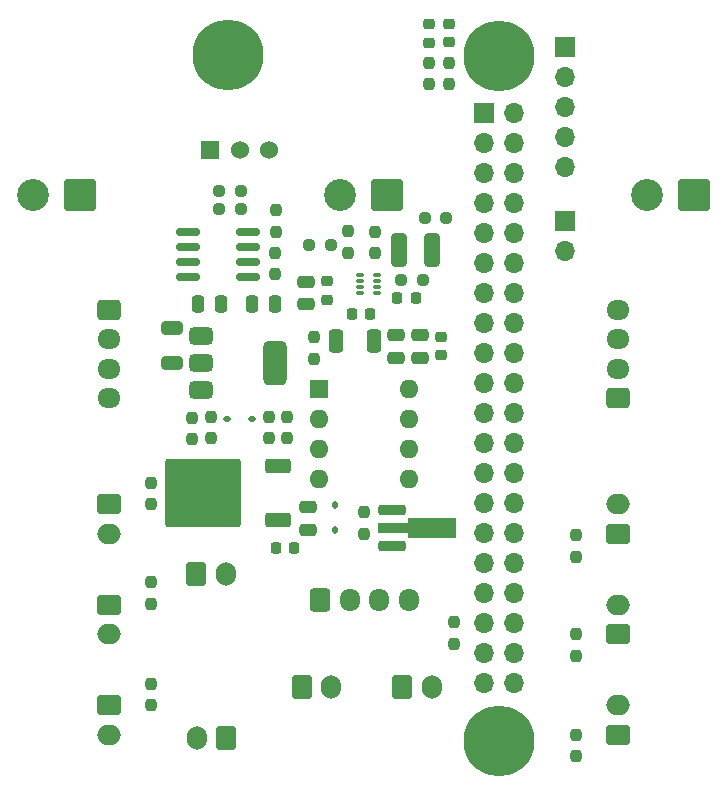
<source format=gbr>
%TF.GenerationSoftware,KiCad,Pcbnew,8.0.4-8.0.4-0~ubuntu22.04.1*%
%TF.CreationDate,2024-09-03T10:52:47+09:00*%
%TF.ProjectId,control_board,636f6e74-726f-46c5-9f62-6f6172642e6b,rev?*%
%TF.SameCoordinates,Original*%
%TF.FileFunction,Soldermask,Top*%
%TF.FilePolarity,Negative*%
%FSLAX46Y46*%
G04 Gerber Fmt 4.6, Leading zero omitted, Abs format (unit mm)*
G04 Created by KiCad (PCBNEW 8.0.4-8.0.4-0~ubuntu22.04.1) date 2024-09-03 10:52:47*
%MOMM*%
%LPD*%
G01*
G04 APERTURE LIST*
G04 Aperture macros list*
%AMRoundRect*
0 Rectangle with rounded corners*
0 $1 Rounding radius*
0 $2 $3 $4 $5 $6 $7 $8 $9 X,Y pos of 4 corners*
0 Add a 4 corners polygon primitive as box body*
4,1,4,$2,$3,$4,$5,$6,$7,$8,$9,$2,$3,0*
0 Add four circle primitives for the rounded corners*
1,1,$1+$1,$2,$3*
1,1,$1+$1,$4,$5*
1,1,$1+$1,$6,$7*
1,1,$1+$1,$8,$9*
0 Add four rect primitives between the rounded corners*
20,1,$1+$1,$2,$3,$4,$5,0*
20,1,$1+$1,$4,$5,$6,$7,0*
20,1,$1+$1,$6,$7,$8,$9,0*
20,1,$1+$1,$8,$9,$2,$3,0*%
%AMFreePoly0*
4,1,9,5.362500,-0.866500,1.237500,-0.866500,1.237500,-0.450000,-1.237500,-0.450000,-1.237500,0.450000,1.237500,0.450000,1.237500,0.866500,5.362500,0.866500,5.362500,-0.866500,5.362500,-0.866500,$1*%
G04 Aperture macros list end*
%ADD10RoundRect,0.225000X-0.225000X-0.250000X0.225000X-0.250000X0.225000X0.250000X-0.225000X0.250000X0*%
%ADD11RoundRect,0.250000X-0.400000X-1.150000X0.400000X-1.150000X0.400000X1.150000X-0.400000X1.150000X0*%
%ADD12RoundRect,0.237500X-0.237500X0.250000X-0.237500X-0.250000X0.237500X-0.250000X0.237500X0.250000X0*%
%ADD13RoundRect,0.237500X0.237500X-0.250000X0.237500X0.250000X-0.237500X0.250000X-0.237500X-0.250000X0*%
%ADD14RoundRect,0.250000X0.750000X-0.600000X0.750000X0.600000X-0.750000X0.600000X-0.750000X-0.600000X0*%
%ADD15O,2.000000X1.700000*%
%ADD16RoundRect,0.237500X-0.250000X-0.237500X0.250000X-0.237500X0.250000X0.237500X-0.250000X0.237500X0*%
%ADD17RoundRect,0.250000X0.650000X-0.325000X0.650000X0.325000X-0.650000X0.325000X-0.650000X-0.325000X0*%
%ADD18RoundRect,0.250000X-0.600000X-0.725000X0.600000X-0.725000X0.600000X0.725000X-0.600000X0.725000X0*%
%ADD19O,1.700000X1.950000*%
%ADD20RoundRect,0.300000X-0.300000X-0.700000X0.300000X-0.700000X0.300000X0.700000X-0.300000X0.700000X0*%
%ADD21RoundRect,0.250001X1.099999X1.099999X-1.099999X1.099999X-1.099999X-1.099999X1.099999X-1.099999X0*%
%ADD22C,2.700000*%
%ADD23RoundRect,0.250000X-0.475000X0.250000X-0.475000X-0.250000X0.475000X-0.250000X0.475000X0.250000X0*%
%ADD24R,1.700000X1.700000*%
%ADD25O,1.700000X1.700000*%
%ADD26RoundRect,0.250000X0.850000X0.350000X-0.850000X0.350000X-0.850000X-0.350000X0.850000X-0.350000X0*%
%ADD27RoundRect,0.249997X2.950003X2.650003X-2.950003X2.650003X-2.950003X-2.650003X2.950003X-2.650003X0*%
%ADD28RoundRect,0.237500X0.250000X0.237500X-0.250000X0.237500X-0.250000X-0.237500X0.250000X-0.237500X0*%
%ADD29RoundRect,0.250000X-0.750000X0.600000X-0.750000X-0.600000X0.750000X-0.600000X0.750000X0.600000X0*%
%ADD30R,1.600000X1.600000*%
%ADD31O,1.600000X1.600000*%
%ADD32RoundRect,0.250000X0.725000X-0.600000X0.725000X0.600000X-0.725000X0.600000X-0.725000X-0.600000X0*%
%ADD33O,1.950000X1.700000*%
%ADD34R,1.524000X1.524000*%
%ADD35C,1.524000*%
%ADD36RoundRect,0.250000X-0.600000X-0.750000X0.600000X-0.750000X0.600000X0.750000X-0.600000X0.750000X0*%
%ADD37O,1.700000X2.000000*%
%ADD38RoundRect,0.250000X-0.250000X-0.475000X0.250000X-0.475000X0.250000X0.475000X-0.250000X0.475000X0*%
%ADD39RoundRect,0.250000X0.600000X0.750000X-0.600000X0.750000X-0.600000X-0.750000X0.600000X-0.750000X0*%
%ADD40RoundRect,0.162500X-0.825000X-0.162500X0.825000X-0.162500X0.825000X0.162500X-0.825000X0.162500X0*%
%ADD41RoundRect,0.218750X-0.256250X0.218750X-0.256250X-0.218750X0.256250X-0.218750X0.256250X0.218750X0*%
%ADD42RoundRect,0.112500X-0.187500X-0.112500X0.187500X-0.112500X0.187500X0.112500X-0.187500X0.112500X0*%
%ADD43RoundRect,0.225000X-0.250000X0.225000X-0.250000X-0.225000X0.250000X-0.225000X0.250000X0.225000X0*%
%ADD44RoundRect,0.375000X-0.625000X-0.375000X0.625000X-0.375000X0.625000X0.375000X-0.625000X0.375000X0*%
%ADD45RoundRect,0.500000X-0.500000X-1.400000X0.500000X-1.400000X0.500000X1.400000X-0.500000X1.400000X0*%
%ADD46RoundRect,0.112500X-0.112500X0.187500X-0.112500X-0.187500X0.112500X-0.187500X0.112500X0.187500X0*%
%ADD47RoundRect,0.225000X-0.925000X-0.225000X0.925000X-0.225000X0.925000X0.225000X-0.925000X0.225000X0*%
%ADD48FreePoly0,0.000000*%
%ADD49RoundRect,0.250000X0.250000X0.475000X-0.250000X0.475000X-0.250000X-0.475000X0.250000X-0.475000X0*%
%ADD50RoundRect,0.250000X-0.725000X0.600000X-0.725000X-0.600000X0.725000X-0.600000X0.725000X0.600000X0*%
%ADD51RoundRect,0.050000X-0.285000X-0.100000X0.285000X-0.100000X0.285000X0.100000X-0.285000X0.100000X0*%
%ADD52C,6.000000*%
G04 APERTURE END LIST*
D10*
%TO.C,C4*%
X152850000Y-91500000D03*
X154400000Y-91500000D03*
%TD*%
D11*
%TO.C,C2*%
X152950000Y-87475000D03*
X155750000Y-87475000D03*
%TD*%
D12*
%TO.C,R9*%
X142500000Y-87675000D03*
X142500000Y-89500000D03*
%TD*%
%TO.C,R19*%
X150050000Y-109675000D03*
X150050000Y-111500000D03*
%TD*%
D13*
%TO.C,R22*%
X143500000Y-103412500D03*
X143500000Y-101587500D03*
%TD*%
D14*
%TO.C,J2*%
X171550000Y-111500000D03*
D15*
X171550000Y-109000000D03*
%TD*%
D16*
%TO.C,R5*%
X153175000Y-90000000D03*
X155000000Y-90000000D03*
%TD*%
%TO.C,R6*%
X155175000Y-84750000D03*
X157000000Y-84750000D03*
%TD*%
D17*
%TO.C,C8*%
X133750000Y-97000000D03*
X133750000Y-94050000D03*
%TD*%
D18*
%TO.C,J10*%
X146300000Y-117100000D03*
D19*
X148800000Y-117100000D03*
X151300000Y-117100000D03*
X153800000Y-117100000D03*
%TD*%
D14*
%TO.C,J3*%
X171550000Y-120000000D03*
D15*
X171550000Y-117500000D03*
%TD*%
D20*
%TO.C,L1*%
X147650000Y-95175000D03*
X150850000Y-95175000D03*
%TD*%
D21*
%TO.C,J15*%
X125980000Y-82775000D03*
D22*
X122020000Y-82775000D03*
%TD*%
D23*
%TO.C,C7*%
X152750000Y-94675000D03*
X152750000Y-96575000D03*
%TD*%
D24*
%TO.C,J18*%
X167000000Y-70240000D03*
D25*
X167000000Y-72780000D03*
X167000000Y-75320000D03*
X167000000Y-77860000D03*
X167000000Y-80400000D03*
%TD*%
D26*
%TO.C,U3*%
X142700000Y-110300000D03*
D27*
X136400000Y-108020000D03*
D26*
X142700000Y-105740000D03*
%TD*%
D13*
%TO.C,R24*%
X157250000Y-73412500D03*
X157250000Y-71587500D03*
%TD*%
%TO.C,R4*%
X150925000Y-87750000D03*
X150925000Y-85925000D03*
%TD*%
D28*
%TO.C,R2*%
X147205000Y-87030000D03*
X145380000Y-87030000D03*
%TD*%
D12*
%TO.C,R16*%
X132000000Y-107175000D03*
X132000000Y-109000000D03*
%TD*%
%TO.C,R18*%
X132000000Y-124187500D03*
X132000000Y-126012500D03*
%TD*%
D14*
%TO.C,J4*%
X171550000Y-128500000D03*
D15*
X171550000Y-126000000D03*
%TD*%
D29*
%TO.C,J6*%
X128450000Y-117500000D03*
D15*
X128450000Y-120000000D03*
%TD*%
D23*
%TO.C,C1*%
X145125000Y-90150000D03*
X145125000Y-92050000D03*
%TD*%
D30*
%TO.C,J20*%
X146200000Y-99210000D03*
D31*
X146200000Y-101750000D03*
X146200000Y-104290000D03*
X146200000Y-106830000D03*
X153820000Y-106830000D03*
X153820000Y-104290000D03*
X153820000Y-101750000D03*
X153820000Y-99210000D03*
%TD*%
D32*
%TO.C,J8*%
X171550000Y-100000000D03*
D33*
X171550000Y-97500000D03*
X171550000Y-95000000D03*
X171550000Y-92500000D03*
%TD*%
D21*
%TO.C,J14*%
X177980000Y-82775000D03*
D22*
X174020000Y-82775000D03*
%TD*%
D13*
%TO.C,R8*%
X135500000Y-103500000D03*
X135500000Y-101675000D03*
%TD*%
D34*
%TO.C,SW1*%
X137000000Y-79000000D03*
D35*
X139500000Y-79000000D03*
X142000000Y-79000000D03*
%TD*%
D13*
%TO.C,R14*%
X168000000Y-121825000D03*
X168000000Y-120000000D03*
%TD*%
D16*
%TO.C,R11*%
X137775000Y-84000000D03*
X139600000Y-84000000D03*
%TD*%
D36*
%TO.C,J16*%
X135800000Y-114900000D03*
D37*
X138300000Y-114900000D03*
%TD*%
D38*
%TO.C,C10*%
X140550000Y-92000000D03*
X142450000Y-92000000D03*
%TD*%
D13*
%TO.C,R15*%
X168000000Y-130325000D03*
X168000000Y-128500000D03*
%TD*%
D39*
%TO.C,J19*%
X138350000Y-128800000D03*
D37*
X135850000Y-128800000D03*
%TD*%
D40*
%TO.C,U4*%
X135157500Y-85960000D03*
X135157500Y-87230000D03*
X135157500Y-88500000D03*
X135157500Y-89770000D03*
X140232500Y-89770000D03*
X140232500Y-88500000D03*
X140232500Y-87230000D03*
X140232500Y-85960000D03*
%TD*%
D29*
%TO.C,J7*%
X128450000Y-126000000D03*
D15*
X128450000Y-128500000D03*
%TD*%
D13*
%TO.C,R23*%
X155500000Y-73412500D03*
X155500000Y-71587500D03*
%TD*%
D36*
%TO.C,J11*%
X144750000Y-124500000D03*
D37*
X147250000Y-124500000D03*
%TD*%
D41*
%TO.C,D1*%
X155500000Y-68337500D03*
X155500000Y-69912500D03*
%TD*%
D36*
%TO.C,J12*%
X153250000Y-124500000D03*
D37*
X155750000Y-124500000D03*
%TD*%
D10*
%TO.C,C14*%
X142550000Y-112700000D03*
X144100000Y-112700000D03*
%TD*%
D42*
%TO.C,D2*%
X138400000Y-101750000D03*
X140500000Y-101750000D03*
%TD*%
D23*
%TO.C,C6*%
X154750000Y-94675000D03*
X154750000Y-96575000D03*
%TD*%
D13*
%TO.C,R13*%
X168000000Y-113412500D03*
X168000000Y-111587500D03*
%TD*%
D43*
%TO.C,C12*%
X156500000Y-94800000D03*
X156500000Y-96350000D03*
%TD*%
D24*
%TO.C,J17*%
X167000000Y-84990000D03*
D25*
X167000000Y-87530000D03*
%TD*%
D44*
%TO.C,U1*%
X136200000Y-94700000D03*
X136200000Y-97000000D03*
D45*
X142500000Y-97000000D03*
D44*
X136200000Y-99300000D03*
%TD*%
D46*
%TO.C,D3*%
X147600000Y-109050000D03*
X147600000Y-111150000D03*
%TD*%
D13*
%TO.C,R7*%
X137100000Y-103412500D03*
X137100000Y-101587500D03*
%TD*%
%TO.C,R3*%
X145750000Y-96675000D03*
X145750000Y-94850000D03*
%TD*%
D12*
%TO.C,R17*%
X132000000Y-115600000D03*
X132000000Y-117425000D03*
%TD*%
%TO.C,R12*%
X142600000Y-84087500D03*
X142600000Y-85912500D03*
%TD*%
D47*
%TO.C,Q1*%
X152350000Y-109500000D03*
D48*
X152437500Y-111000000D03*
D47*
X152350000Y-112500000D03*
%TD*%
D21*
%TO.C,J13*%
X151980000Y-82775000D03*
D22*
X148020000Y-82775000D03*
%TD*%
D23*
%TO.C,C13*%
X145250000Y-109250000D03*
X145250000Y-111150000D03*
%TD*%
D49*
%TO.C,C9*%
X137900000Y-92000000D03*
X136000000Y-92000000D03*
%TD*%
D13*
%TO.C,R1*%
X148695000Y-87712500D03*
X148695000Y-85887500D03*
%TD*%
D10*
%TO.C,C5*%
X148975000Y-92900000D03*
X150525000Y-92900000D03*
%TD*%
D50*
%TO.C,J9*%
X128450000Y-92500000D03*
D33*
X128450000Y-95000000D03*
X128450000Y-97500000D03*
X128450000Y-100000000D03*
%TD*%
D41*
%TO.C,D4*%
X157200000Y-68312500D03*
X157200000Y-69887500D03*
%TD*%
D16*
%TO.C,R10*%
X137775000Y-82500000D03*
X139600000Y-82500000D03*
%TD*%
D29*
%TO.C,J5*%
X128450000Y-109000000D03*
D15*
X128450000Y-111500000D03*
%TD*%
D13*
%TO.C,R20*%
X157600000Y-120800000D03*
X157600000Y-118975000D03*
%TD*%
D51*
%TO.C,U2*%
X149675000Y-89600000D03*
X149675000Y-90100000D03*
X149675000Y-90600000D03*
X149675000Y-91100000D03*
X151155000Y-91100000D03*
X151155000Y-90600000D03*
X151155000Y-90100000D03*
X151155000Y-89600000D03*
%TD*%
D43*
%TO.C,C3*%
X146875000Y-90125000D03*
X146875000Y-91675000D03*
%TD*%
D13*
%TO.C,R21*%
X142000000Y-103412500D03*
X142000000Y-101587500D03*
%TD*%
D52*
%TO.C,J1*%
X161487500Y-71000000D03*
X161487500Y-129000000D03*
X138487500Y-70980000D03*
D24*
X160217500Y-75870000D03*
D25*
X162757500Y-75870000D03*
X160217500Y-78410000D03*
X162757500Y-78410000D03*
X160217500Y-80950000D03*
X162757500Y-80950000D03*
X160217500Y-83490000D03*
X162757500Y-83490000D03*
X160217500Y-86030000D03*
X162757500Y-86030000D03*
X160217500Y-88570000D03*
X162757500Y-88570000D03*
X160217500Y-91110000D03*
X162757500Y-91110000D03*
X160217500Y-93650000D03*
X162757500Y-93650000D03*
X160217500Y-96190000D03*
X162757500Y-96190000D03*
X160217500Y-98730000D03*
X162757500Y-98730000D03*
X160217500Y-101270000D03*
X162757500Y-101270000D03*
X160217500Y-103810000D03*
X162757500Y-103810000D03*
X160217500Y-106350000D03*
X162757500Y-106350000D03*
X160217500Y-108890000D03*
X162757500Y-108890000D03*
X160217500Y-111430000D03*
X162757500Y-111430000D03*
X160217500Y-113970000D03*
X162757500Y-113970000D03*
X160217500Y-116510000D03*
X162757500Y-116510000D03*
X160217500Y-119050000D03*
X162757500Y-119050000D03*
X160217500Y-121590000D03*
X162757500Y-121590000D03*
X160217500Y-124130000D03*
X162757500Y-124130000D03*
%TD*%
M02*

</source>
